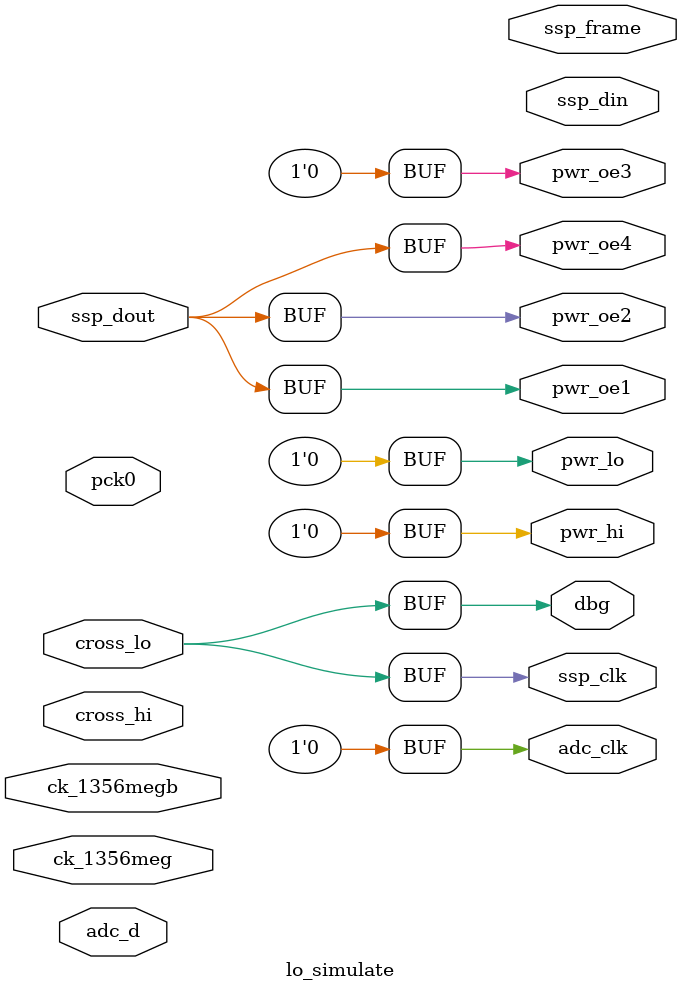
<source format=v>

module lo_simulate(
    pck0, ck_1356meg, ck_1356megb,
    pwr_lo, pwr_hi, pwr_oe1, pwr_oe2, pwr_oe3, pwr_oe4,
    adc_d, adc_clk,
    ssp_frame, ssp_din, ssp_dout, ssp_clk,
    cross_hi, cross_lo,
    dbg
);
    input pck0, ck_1356meg, ck_1356megb;
    output pwr_lo, pwr_hi, pwr_oe1, pwr_oe2, pwr_oe3, pwr_oe4;
    input [7:0] adc_d;
    output adc_clk;
    input ssp_dout;
    output ssp_frame, ssp_din, ssp_clk;
    input cross_hi, cross_lo;
    output dbg;

// No logic, straight through.
assign pwr_oe3 = 1'b0;
assign pwr_oe1 = ssp_dout;
assign pwr_oe2 = ssp_dout;
assign pwr_oe4 = ssp_dout;
assign ssp_clk = cross_lo;
assign pwr_lo = 1'b0;
assign adc_clk = 1'b0;
assign pwr_hi = 1'b0;
assign dbg = cross_lo;

endmodule

</source>
